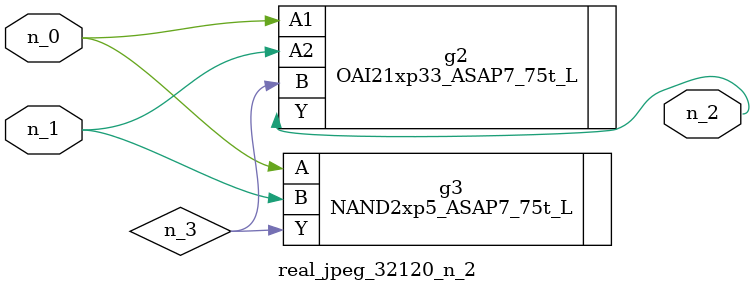
<source format=v>
module real_jpeg_32120_n_2 (n_1, n_0, n_2);

input n_1;
input n_0;

output n_2;

wire n_3;

OAI21xp33_ASAP7_75t_L g2 ( 
.A1(n_0),
.A2(n_1),
.B(n_3),
.Y(n_2)
);

NAND2xp5_ASAP7_75t_L g3 ( 
.A(n_0),
.B(n_1),
.Y(n_3)
);


endmodule
</source>
